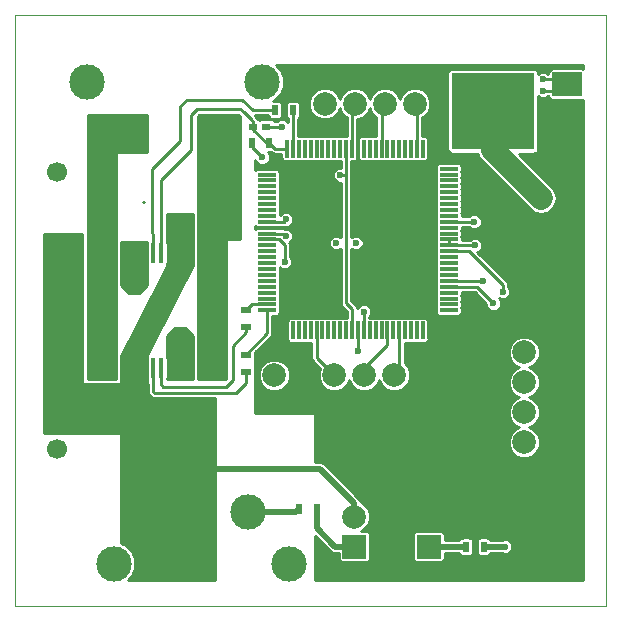
<source format=gbr>
G04 #@! TF.FileFunction,Copper,L2,Bot,Signal*
%FSLAX46Y46*%
G04 Gerber Fmt 4.6, Leading zero omitted, Abs format (unit mm)*
G04 Created by KiCad (PCBNEW (2015-07-11 BZR 5925, Git c291b88)-product) date 2015/08/03 22:31:35*
%MOMM*%
G01*
G04 APERTURE LIST*
%ADD10C,0.100000*%
%ADD11R,1.300000X1.300000*%
%ADD12C,1.300000*%
%ADD13R,2.000000X2.000000*%
%ADD14C,2.000000*%
%ADD15R,0.500000X0.900000*%
%ADD16R,0.449580X1.668780*%
%ADD17R,1.500000X0.300000*%
%ADD18R,0.300000X1.500000*%
%ADD19C,3.000000*%
%ADD20R,2.500000X2.000000*%
%ADD21R,7.000000X6.500000*%
%ADD22R,0.900000X0.500000*%
%ADD23C,1.700000*%
%ADD24R,0.750000X0.600000*%
%ADD25C,0.600000*%
%ADD26C,0.250000*%
%ADD27C,0.500000*%
%ADD28C,2.000000*%
%ADD29C,1.000000*%
%ADD30C,0.254000*%
G04 APERTURE END LIST*
D10*
X100000000Y-100000000D02*
X150000000Y-100000000D01*
X150000000Y-50000000D02*
X100000000Y-50000000D01*
X145000000Y-50000000D02*
X144000000Y-50000000D01*
X150000000Y-50000000D02*
X150000000Y-100000000D01*
X100000000Y-50000000D02*
X100000000Y-100000000D01*
D11*
X147000000Y-65500000D03*
D12*
X144500000Y-65500000D03*
D13*
X135000000Y-95000000D03*
D14*
X135000000Y-92460000D03*
X126190000Y-57500000D03*
X128730000Y-57500000D03*
X131270000Y-57500000D03*
X133810000Y-57500000D03*
D15*
X138150000Y-95000000D03*
X139650000Y-95000000D03*
X121500000Y-60850000D03*
X120000000Y-60850000D03*
D16*
X117524500Y-79864100D03*
X116874260Y-79864100D03*
X116224020Y-79864100D03*
X115573780Y-79864100D03*
X114926080Y-79864100D03*
X114275840Y-79864100D03*
X113625600Y-79864100D03*
X112975360Y-79864100D03*
X112325120Y-79864100D03*
X111674880Y-79864100D03*
X111024640Y-79864100D03*
X110374400Y-79864100D03*
X109724160Y-79864100D03*
X109073920Y-79864100D03*
X108423680Y-79864100D03*
X107775980Y-79864100D03*
X107125740Y-79864100D03*
X106475500Y-79864100D03*
X106475500Y-70135900D03*
X107125740Y-70135900D03*
X107775980Y-70135900D03*
X108423680Y-70135900D03*
X109073920Y-70135900D03*
X109724160Y-70135900D03*
X110374400Y-70135900D03*
X111024640Y-70135900D03*
X111674880Y-70135900D03*
X112325120Y-70135900D03*
X112975360Y-70135900D03*
X113625600Y-70135900D03*
X114275840Y-70135900D03*
X114926080Y-70135900D03*
X115573780Y-70135900D03*
X116224020Y-70135900D03*
X116874260Y-70135900D03*
X117524500Y-70135900D03*
D17*
X136700000Y-63000000D03*
X136700000Y-63500000D03*
X136700000Y-64000000D03*
X136700000Y-64500000D03*
X136700000Y-65000000D03*
X136700000Y-65500000D03*
X136700000Y-66000000D03*
X136700000Y-66500000D03*
X136700000Y-67000000D03*
X136700000Y-67500000D03*
X136700000Y-68000000D03*
X136700000Y-68500000D03*
X136700000Y-69000000D03*
X136700000Y-69500000D03*
X136700000Y-70000000D03*
X136700000Y-70500000D03*
X136700000Y-71000000D03*
X136700000Y-71500000D03*
X136700000Y-72000000D03*
X136700000Y-72500000D03*
X136700000Y-73000000D03*
X136700000Y-73500000D03*
X136700000Y-74000000D03*
X136700000Y-74500000D03*
X136700000Y-75000000D03*
D18*
X135000000Y-76700000D03*
X134500000Y-76700000D03*
X134000000Y-76700000D03*
X133500000Y-76700000D03*
X133000000Y-76700000D03*
X132500000Y-76700000D03*
X132000000Y-76700000D03*
X131500000Y-76700000D03*
X131000000Y-76700000D03*
X130500000Y-76700000D03*
X130000000Y-76700000D03*
X129500000Y-76700000D03*
X129000000Y-76700000D03*
X128500000Y-76700000D03*
X128000000Y-76700000D03*
X127500000Y-76700000D03*
X127000000Y-76700000D03*
X126500000Y-76700000D03*
X126000000Y-76700000D03*
X125500000Y-76700000D03*
X125000000Y-76700000D03*
X124500000Y-76700000D03*
X124000000Y-76700000D03*
X123500000Y-76700000D03*
X123000000Y-76700000D03*
D17*
X121300000Y-75000000D03*
X121300000Y-74500000D03*
X121300000Y-74000000D03*
X121300000Y-73500000D03*
X121300000Y-73000000D03*
X121300000Y-72500000D03*
X121300000Y-72000000D03*
X121300000Y-71500000D03*
X121300000Y-71000000D03*
X121300000Y-70500000D03*
X121300000Y-70000000D03*
X121300000Y-69500000D03*
X121300000Y-69000000D03*
X121300000Y-68500000D03*
X121300000Y-68000000D03*
X121300000Y-67500000D03*
X121300000Y-67000000D03*
X121300000Y-66500000D03*
X121300000Y-66000000D03*
X121300000Y-65500000D03*
X121300000Y-65000000D03*
X121300000Y-64500000D03*
X121300000Y-64000000D03*
X121300000Y-63500000D03*
X121300000Y-63000000D03*
D18*
X123000000Y-61300000D03*
X123500000Y-61300000D03*
X124000000Y-61300000D03*
X124500000Y-61300000D03*
X125000000Y-61300000D03*
X125500000Y-61300000D03*
X126000000Y-61300000D03*
X126500000Y-61300000D03*
X127000000Y-61300000D03*
X127500000Y-61300000D03*
X128000000Y-61300000D03*
X128500000Y-61300000D03*
X129000000Y-61300000D03*
X129500000Y-61300000D03*
X130000000Y-61300000D03*
X130500000Y-61300000D03*
X131000000Y-61300000D03*
X131500000Y-61300000D03*
X132000000Y-61300000D03*
X132500000Y-61300000D03*
X133000000Y-61300000D03*
X133500000Y-61300000D03*
X134000000Y-61300000D03*
X134500000Y-61300000D03*
X135000000Y-61300000D03*
D19*
X109540000Y-60000000D03*
X117460000Y-60000000D03*
X120910000Y-55650000D03*
X106090000Y-55650000D03*
D14*
X121920000Y-80500000D03*
X124460000Y-80500000D03*
X127000000Y-80500000D03*
X129540000Y-80500000D03*
X132080000Y-80500000D03*
X143080000Y-86190000D03*
X143080000Y-83650000D03*
X143080000Y-81110000D03*
X143080000Y-78570000D03*
X143080000Y-76030000D03*
D20*
X146710000Y-60450000D03*
X146710000Y-55850000D03*
D21*
X140410000Y-58150000D03*
D14*
X110050000Y-72450000D03*
X113950000Y-77600000D03*
D13*
X128700000Y-95000000D03*
D14*
X128700000Y-92460000D03*
D15*
X125500000Y-91850000D03*
X124000000Y-91850000D03*
D22*
X119550000Y-76450000D03*
X119550000Y-74950000D03*
X119500000Y-80250000D03*
X119500000Y-78750000D03*
D15*
X123500000Y-58050000D03*
X122000000Y-58050000D03*
D19*
X119710000Y-92100000D03*
X111790000Y-92100000D03*
X108340000Y-96450000D03*
X123160000Y-96450000D03*
D23*
X103500000Y-80250000D03*
X103500000Y-86750000D03*
X103500000Y-69750000D03*
X103500000Y-63250000D03*
D14*
X113950000Y-67900000D03*
D24*
X120150000Y-59450000D03*
X121250000Y-59450000D03*
D25*
X128850000Y-69300000D03*
X127150000Y-69300000D03*
X144660000Y-56400000D03*
X144670000Y-55420000D03*
X122550000Y-59450000D03*
X120900000Y-62050000D03*
X141450000Y-95000000D03*
X138850000Y-67500000D03*
X138900000Y-69500000D03*
X129000000Y-78460000D03*
X122900000Y-68700000D03*
X122900000Y-67300000D03*
X128700000Y-68200000D03*
X127350000Y-68200000D03*
X124300000Y-67000000D03*
X134500000Y-62900000D03*
X123100000Y-63200000D03*
X129500000Y-63000000D03*
X134600000Y-75000000D03*
X123000000Y-75100000D03*
X129500000Y-75100000D03*
X127500000Y-63550000D03*
X122800000Y-70900000D03*
X139620000Y-72500000D03*
X140470000Y-74410000D03*
X141270000Y-73440000D03*
D26*
X110850000Y-65800000D02*
X110800000Y-65800000D01*
X144660000Y-56400000D02*
X146160000Y-56400000D01*
X146160000Y-56400000D02*
X146710000Y-55850000D01*
X144670000Y-55420000D02*
X146280000Y-55420000D01*
X146280000Y-55420000D02*
X146710000Y-55850000D01*
X146090000Y-55850000D02*
X146710000Y-55850000D01*
X146040000Y-55000000D02*
X147000000Y-55960000D01*
X121250000Y-59450000D02*
X122550000Y-59450000D01*
X120000000Y-60850000D02*
X120000000Y-61150000D01*
X120000000Y-61150000D02*
X120900000Y-62050000D01*
D27*
X139650000Y-95000000D02*
X141450000Y-95000000D01*
D26*
X136700000Y-67500000D02*
X138850000Y-67500000D01*
X136700000Y-69500000D02*
X138900000Y-69500000D01*
D27*
X124000000Y-91850000D02*
X123750000Y-92100000D01*
X123750000Y-92100000D02*
X119710000Y-92100000D01*
D28*
X140410000Y-58150000D02*
X140410000Y-61410000D01*
X140410000Y-61410000D02*
X144500000Y-65500000D01*
D26*
X129000000Y-76700000D02*
X129000000Y-78460000D01*
X128500000Y-61300000D02*
X128500000Y-57730000D01*
X128500000Y-57730000D02*
X128730000Y-57500000D01*
X121300000Y-67500000D02*
X122700000Y-67500000D01*
X122700000Y-68500000D02*
X121300000Y-68500000D01*
X122900000Y-68700000D02*
X122700000Y-68500000D01*
X122700000Y-67500000D02*
X122900000Y-67300000D01*
X136700000Y-69500000D02*
X136700000Y-69000000D01*
D27*
X134500000Y-68200000D02*
X128700000Y-68200000D01*
X127350000Y-68200000D02*
X125500000Y-68200000D01*
X125500000Y-68200000D02*
X124300000Y-67000000D01*
X135000000Y-92460000D02*
X135000000Y-84600000D01*
X135000000Y-84600000D02*
X133100000Y-82700000D01*
X133200000Y-82700000D02*
X133100000Y-82700000D01*
X133100000Y-82700000D02*
X132000000Y-82700000D01*
X126660000Y-82700000D02*
X132000000Y-82700000D01*
X124460000Y-80500000D02*
X126660000Y-82700000D01*
D29*
X147000000Y-73120000D02*
X144090000Y-76030000D01*
X144090000Y-76030000D02*
X143730000Y-76030000D01*
X143730000Y-76030000D02*
X143080000Y-76030000D01*
X143080000Y-76030000D02*
X143730000Y-76030000D01*
D26*
X134500000Y-63550000D02*
X134500000Y-62900000D01*
X123850000Y-68000000D02*
X124250000Y-68000000D01*
X124250000Y-68000000D02*
X124300000Y-67950000D01*
D29*
X147000000Y-65500000D02*
X147000000Y-72760000D01*
X147000000Y-72760000D02*
X147000000Y-73120000D01*
D26*
X129500000Y-63000000D02*
X129600000Y-62900000D01*
X129600000Y-62900000D02*
X134500000Y-62900000D01*
X134600000Y-75000000D02*
X134500000Y-74900000D01*
X134500000Y-74900000D02*
X134500000Y-68200000D01*
X134500000Y-68200000D02*
X134500000Y-63550000D01*
X134500000Y-63550000D02*
X134500000Y-63350000D01*
X135000000Y-78110000D02*
X135000000Y-76700000D01*
D29*
X146710000Y-60450000D02*
X147000000Y-60740000D01*
X147000000Y-60740000D02*
X147000000Y-65500000D01*
D26*
X146710000Y-60450000D02*
X147000000Y-60740000D01*
X121300000Y-68000000D02*
X123850000Y-68000000D01*
X123850000Y-68000000D02*
X123900000Y-68000000D01*
X124300000Y-69100000D02*
X124300000Y-67950000D01*
X124300000Y-67950000D02*
X124300000Y-67600000D01*
X124300000Y-67600000D02*
X124300000Y-67000000D01*
X124300000Y-67000000D02*
X124300000Y-64400000D01*
X124300000Y-64400000D02*
X123100000Y-63200000D01*
X124300000Y-69100000D02*
X124300000Y-74300000D01*
X123000000Y-75100000D02*
X123600000Y-74500000D01*
X123600000Y-74500000D02*
X123800000Y-74300000D01*
X123800000Y-74300000D02*
X124300000Y-74300000D01*
X123000000Y-76700000D02*
X123000000Y-79040000D01*
X123000000Y-79040000D02*
X124460000Y-80500000D01*
X135000000Y-61300000D02*
X135000000Y-62400000D01*
X135000000Y-62400000D02*
X134500000Y-62900000D01*
X121300000Y-63000000D02*
X122900000Y-63000000D01*
X122900000Y-63000000D02*
X123100000Y-63200000D01*
X129000000Y-61300000D02*
X129000000Y-62500000D01*
X129000000Y-62500000D02*
X129500000Y-63000000D01*
X135000000Y-76700000D02*
X135000000Y-75400000D01*
X135000000Y-75400000D02*
X134600000Y-75000000D01*
X123000000Y-76700000D02*
X123000000Y-75100000D01*
D27*
X135000000Y-95000000D02*
X138150000Y-95000000D01*
D26*
X120150000Y-59450000D02*
X120150000Y-59700000D01*
X120150000Y-59700000D02*
X121300000Y-60850000D01*
X121300000Y-60850000D02*
X121500000Y-60850000D01*
X120150000Y-59450000D02*
X120150000Y-59050000D01*
X120150000Y-59050000D02*
X120000000Y-58900000D01*
X120000000Y-58900000D02*
X119350000Y-58250000D01*
X121500000Y-60850000D02*
X121400000Y-60850000D01*
X123000000Y-61300000D02*
X121950000Y-61300000D01*
X121950000Y-61300000D02*
X121500000Y-60850000D01*
X119350000Y-58250000D02*
X119050000Y-57950000D01*
X119050000Y-57950000D02*
X115400000Y-57950000D01*
X115400000Y-57950000D02*
X114850000Y-58500000D01*
X114850000Y-58500000D02*
X114850000Y-61450000D01*
X114850000Y-61450000D02*
X112350000Y-63950000D01*
X112350000Y-63950000D02*
X112350000Y-65800000D01*
X112325120Y-70135900D02*
X112325120Y-65824880D01*
X112325120Y-65824880D02*
X112350000Y-65800000D01*
D27*
X128700000Y-92460000D02*
X128700000Y-91340000D01*
X128700000Y-91340000D02*
X125810000Y-88450000D01*
X111790000Y-92100000D02*
X115440000Y-88450000D01*
X115440000Y-88450000D02*
X125810000Y-88450000D01*
D26*
X109724160Y-79864100D02*
X110374400Y-79864100D01*
X109073920Y-79864100D02*
X109724160Y-79864100D01*
X111024640Y-79864100D02*
X110374400Y-79864100D01*
X129500000Y-76700000D02*
X129500000Y-75100000D01*
X127500000Y-63550000D02*
X128000000Y-63550000D01*
X128000000Y-63550000D02*
X127950000Y-63550000D01*
X127950000Y-63550000D02*
X128000000Y-63550000D01*
X128500000Y-76700000D02*
X128500000Y-74900000D01*
X128500000Y-74900000D02*
X128000000Y-74400000D01*
X128000000Y-74400000D02*
X128000000Y-63550000D01*
X128000000Y-63550000D02*
X128000000Y-62400000D01*
X128000000Y-62400000D02*
X128000000Y-61300000D01*
X121300000Y-69000000D02*
X122300000Y-69000000D01*
X122800000Y-69500000D02*
X122800000Y-70900000D01*
X122300000Y-69000000D02*
X122800000Y-69500000D01*
X136700000Y-72500000D02*
X139620000Y-72500000D01*
X136700000Y-73000000D02*
X138030000Y-73000000D01*
X138030000Y-73000000D02*
X138440000Y-73000000D01*
X138440000Y-73000000D02*
X139060000Y-73000000D01*
X139060000Y-73000000D02*
X140470000Y-74410000D01*
X136700000Y-70000000D02*
X138400000Y-70000000D01*
X138400000Y-70000000D02*
X141270000Y-72870000D01*
X141270000Y-72870000D02*
X141270000Y-73440000D01*
X125500000Y-76700000D02*
X125500000Y-79000000D01*
X125500000Y-79000000D02*
X127000000Y-80500000D01*
X131500000Y-76700000D02*
X131500000Y-77950000D01*
X131500000Y-77950000D02*
X129540000Y-79910000D01*
X129540000Y-79910000D02*
X129540000Y-80500000D01*
X132500000Y-76700000D02*
X132500000Y-80080000D01*
X132500000Y-80080000D02*
X132080000Y-80500000D01*
X131000000Y-61300000D02*
X131000000Y-57770000D01*
X131000000Y-57770000D02*
X131270000Y-57500000D01*
X134000000Y-61300000D02*
X134000000Y-57690000D01*
X134000000Y-57690000D02*
X133810000Y-57500000D01*
X121300000Y-74500000D02*
X120000000Y-74500000D01*
X120000000Y-74500000D02*
X119550000Y-74950000D01*
X121300000Y-75000000D02*
X121300000Y-76950000D01*
X121300000Y-76950000D02*
X119500000Y-78750000D01*
X123500000Y-61300000D02*
X123500000Y-58050000D01*
D27*
X128700000Y-95000000D02*
X127050000Y-95000000D01*
X127050000Y-95000000D02*
X125500000Y-93450000D01*
X125500000Y-93450000D02*
X125500000Y-91850000D01*
D26*
X119550000Y-76450000D02*
X119550000Y-76850000D01*
X119550000Y-76850000D02*
X118400000Y-78000000D01*
X118400000Y-78000000D02*
X118400000Y-80900000D01*
X118400000Y-80900000D02*
X117850000Y-81450000D01*
X117850000Y-81450000D02*
X112500000Y-81450000D01*
X112500000Y-81450000D02*
X112325120Y-81275120D01*
X112325120Y-81275120D02*
X112325120Y-79864100D01*
X119500000Y-80250000D02*
X119500000Y-81150000D01*
X119500000Y-81150000D02*
X118650000Y-82000000D01*
X118650000Y-82000000D02*
X111800000Y-82000000D01*
X111800000Y-82000000D02*
X111674880Y-81874880D01*
X111674880Y-81874880D02*
X111674880Y-79864100D01*
X122000000Y-58050000D02*
X120100000Y-58050000D01*
X120100000Y-58050000D02*
X119200000Y-57150000D01*
X119200000Y-57150000D02*
X114500000Y-57150000D01*
X114500000Y-57150000D02*
X113950000Y-57700000D01*
X113950000Y-57700000D02*
X113950000Y-60650000D01*
X113950000Y-60650000D02*
X111600000Y-63000000D01*
X111600000Y-63000000D02*
X111600000Y-68450000D01*
X111600000Y-68450000D02*
X111674880Y-68524880D01*
X111674880Y-68524880D02*
X111674880Y-70135900D01*
D30*
G36*
X119023000Y-58562224D02*
X119023000Y-68973000D01*
X117950000Y-68973000D01*
X117901399Y-68982667D01*
X117860197Y-69010197D01*
X117832667Y-69051399D01*
X117823000Y-69100000D01*
X117823000Y-80773000D01*
X115477000Y-80773000D01*
X115477000Y-80734771D01*
X115484276Y-80698490D01*
X115484276Y-79029710D01*
X115477000Y-78992208D01*
X115477000Y-71006571D01*
X115484276Y-70970290D01*
X115484276Y-69301510D01*
X115477000Y-69264008D01*
X115477000Y-58512225D01*
X115562225Y-58427000D01*
X118887776Y-58427000D01*
X119023000Y-58562224D01*
X119023000Y-58562224D01*
G37*
X119023000Y-58562224D02*
X119023000Y-68973000D01*
X117950000Y-68973000D01*
X117901399Y-68982667D01*
X117860197Y-69010197D01*
X117832667Y-69051399D01*
X117823000Y-69100000D01*
X117823000Y-80773000D01*
X115477000Y-80773000D01*
X115477000Y-80734771D01*
X115484276Y-80698490D01*
X115484276Y-79029710D01*
X115477000Y-78992208D01*
X115477000Y-71006571D01*
X115484276Y-70970290D01*
X115484276Y-69301510D01*
X115477000Y-69264008D01*
X115477000Y-58512225D01*
X115562225Y-58427000D01*
X118887776Y-58427000D01*
X119023000Y-58562224D01*
G36*
X111173000Y-61623000D02*
X108650000Y-61623000D01*
X108601399Y-61632667D01*
X108560197Y-61660197D01*
X108532667Y-61701399D01*
X108523000Y-61750000D01*
X108523000Y-69265229D01*
X108515724Y-69301510D01*
X108515724Y-70970290D01*
X108523000Y-71007792D01*
X108523000Y-78993429D01*
X108515724Y-79029710D01*
X108515724Y-80698490D01*
X108523000Y-80735992D01*
X108523000Y-80773000D01*
X106177000Y-80773000D01*
X106177000Y-58427000D01*
X111173000Y-58427000D01*
X111173000Y-61623000D01*
X111173000Y-61623000D01*
G37*
X111173000Y-61623000D02*
X108650000Y-61623000D01*
X108601399Y-61632667D01*
X108560197Y-61660197D01*
X108532667Y-61701399D01*
X108523000Y-61750000D01*
X108523000Y-69265229D01*
X108515724Y-69301510D01*
X108515724Y-70970290D01*
X108523000Y-71007792D01*
X108523000Y-78993429D01*
X108515724Y-79029710D01*
X108515724Y-80698490D01*
X108523000Y-80735992D01*
X108523000Y-80773000D01*
X106177000Y-80773000D01*
X106177000Y-58427000D01*
X111173000Y-58427000D01*
X111173000Y-61623000D01*
G36*
X115013000Y-77152605D02*
X115013000Y-80773000D01*
X112877000Y-80773000D01*
X112877000Y-80729984D01*
X112883316Y-80698490D01*
X112883316Y-79029710D01*
X112877000Y-78997156D01*
X112877000Y-77152605D01*
X113522605Y-76507000D01*
X114367394Y-76507000D01*
X115013000Y-77152605D01*
X115013000Y-77152605D01*
G37*
X115013000Y-77152605D02*
X115013000Y-80773000D01*
X112877000Y-80773000D01*
X112877000Y-80729984D01*
X112883316Y-80698490D01*
X112883316Y-79029710D01*
X112877000Y-78997156D01*
X112877000Y-77152605D01*
X113522605Y-76507000D01*
X114367394Y-76507000D01*
X115013000Y-77152605D01*
G36*
X115023000Y-69028451D02*
X115007667Y-69051399D01*
X114998000Y-69100000D01*
X114998000Y-71169030D01*
X111136704Y-78792616D01*
X111135387Y-78797327D01*
X111132667Y-78801399D01*
X111128759Y-78821045D01*
X111123367Y-78840341D01*
X111123954Y-78845202D01*
X111123000Y-78850000D01*
X111123000Y-78998216D01*
X111116684Y-79029710D01*
X111116684Y-80698490D01*
X111123000Y-80731044D01*
X111123000Y-81100000D01*
X111132667Y-81148601D01*
X111160197Y-81189803D01*
X111201399Y-81217333D01*
X111222880Y-81221606D01*
X111222880Y-81874880D01*
X111257286Y-82047853D01*
X111355268Y-82194492D01*
X111480387Y-82319612D01*
X111627027Y-82417594D01*
X111800000Y-82452000D01*
X116873000Y-82452000D01*
X116873000Y-97873000D01*
X109500540Y-97873000D01*
X109887952Y-97486264D01*
X110166682Y-96815007D01*
X110167316Y-96088182D01*
X109889758Y-95416440D01*
X109376264Y-94902048D01*
X108977000Y-94736259D01*
X108977000Y-85550000D01*
X108967333Y-85501399D01*
X108939803Y-85460197D01*
X108898601Y-85432667D01*
X108850000Y-85423000D01*
X102427000Y-85423000D01*
X102427000Y-68577000D01*
X105623000Y-68577000D01*
X105623000Y-81100000D01*
X105632667Y-81148601D01*
X105660197Y-81189803D01*
X105701399Y-81217333D01*
X105750000Y-81227000D01*
X108850000Y-81227000D01*
X108898601Y-81217333D01*
X108939803Y-81189803D01*
X108967333Y-81148601D01*
X108977000Y-81100000D01*
X108977000Y-80722804D01*
X108981876Y-80698490D01*
X108981876Y-79029710D01*
X108977000Y-79004578D01*
X108977000Y-78880327D01*
X112863296Y-71207384D01*
X112864612Y-71202672D01*
X112867333Y-71198601D01*
X112871242Y-71178946D01*
X112876632Y-71159659D01*
X112876045Y-71154800D01*
X112877000Y-71150000D01*
X112877000Y-71001784D01*
X112883316Y-70970290D01*
X112883316Y-69301510D01*
X112877000Y-69268956D01*
X112877000Y-66827000D01*
X115023000Y-66827000D01*
X115023000Y-69028451D01*
X115023000Y-69028451D01*
G37*
X115023000Y-69028451D02*
X115007667Y-69051399D01*
X114998000Y-69100000D01*
X114998000Y-71169030D01*
X111136704Y-78792616D01*
X111135387Y-78797327D01*
X111132667Y-78801399D01*
X111128759Y-78821045D01*
X111123367Y-78840341D01*
X111123954Y-78845202D01*
X111123000Y-78850000D01*
X111123000Y-78998216D01*
X111116684Y-79029710D01*
X111116684Y-80698490D01*
X111123000Y-80731044D01*
X111123000Y-81100000D01*
X111132667Y-81148601D01*
X111160197Y-81189803D01*
X111201399Y-81217333D01*
X111222880Y-81221606D01*
X111222880Y-81874880D01*
X111257286Y-82047853D01*
X111355268Y-82194492D01*
X111480387Y-82319612D01*
X111627027Y-82417594D01*
X111800000Y-82452000D01*
X116873000Y-82452000D01*
X116873000Y-97873000D01*
X109500540Y-97873000D01*
X109887952Y-97486264D01*
X110166682Y-96815007D01*
X110167316Y-96088182D01*
X109889758Y-95416440D01*
X109376264Y-94902048D01*
X108977000Y-94736259D01*
X108977000Y-85550000D01*
X108967333Y-85501399D01*
X108939803Y-85460197D01*
X108898601Y-85432667D01*
X108850000Y-85423000D01*
X102427000Y-85423000D01*
X102427000Y-68577000D01*
X105623000Y-68577000D01*
X105623000Y-81100000D01*
X105632667Y-81148601D01*
X105660197Y-81189803D01*
X105701399Y-81217333D01*
X105750000Y-81227000D01*
X108850000Y-81227000D01*
X108898601Y-81217333D01*
X108939803Y-81189803D01*
X108967333Y-81148601D01*
X108977000Y-81100000D01*
X108977000Y-80722804D01*
X108981876Y-80698490D01*
X108981876Y-79029710D01*
X108977000Y-79004578D01*
X108977000Y-78880327D01*
X112863296Y-71207384D01*
X112864612Y-71202672D01*
X112867333Y-71198601D01*
X112871242Y-71178946D01*
X112876632Y-71159659D01*
X112876045Y-71154800D01*
X112877000Y-71150000D01*
X112877000Y-71001784D01*
X112883316Y-70970290D01*
X112883316Y-69301510D01*
X112877000Y-69268956D01*
X112877000Y-66827000D01*
X115023000Y-66827000D01*
X115023000Y-69028451D01*
G36*
X122178555Y-68042375D02*
X122050000Y-68016594D01*
X120550000Y-68016594D01*
X120425316Y-68040785D01*
X120327000Y-68105368D01*
X120327000Y-67893875D01*
X120421445Y-67957625D01*
X120550000Y-67983406D01*
X122050000Y-67983406D01*
X122174684Y-67959215D01*
X122185668Y-67952000D01*
X122700000Y-67952000D01*
X122826008Y-67926936D01*
X123024171Y-67927109D01*
X123254703Y-67831855D01*
X123431235Y-67655631D01*
X123526891Y-67425265D01*
X123527109Y-67175829D01*
X123431855Y-66945297D01*
X123255631Y-66768765D01*
X123025265Y-66673109D01*
X122775829Y-66672891D01*
X122545297Y-66768145D01*
X122383406Y-66929754D01*
X122383406Y-66850000D01*
X122363683Y-66748346D01*
X122383406Y-66650000D01*
X122383406Y-66350000D01*
X122363683Y-66248346D01*
X122383406Y-66150000D01*
X122383406Y-65850000D01*
X122363683Y-65748346D01*
X122383406Y-65650000D01*
X122383406Y-65350000D01*
X122363683Y-65248346D01*
X122383406Y-65150000D01*
X122383406Y-64850000D01*
X122363683Y-64748346D01*
X122383406Y-64650000D01*
X122383406Y-64350000D01*
X122363683Y-64248346D01*
X122383406Y-64150000D01*
X122383406Y-63850000D01*
X122363683Y-63748346D01*
X122383406Y-63650000D01*
X122383406Y-63350000D01*
X122359215Y-63225316D01*
X122287229Y-63115730D01*
X122178555Y-63042375D01*
X122050000Y-63016594D01*
X120550000Y-63016594D01*
X120425316Y-63040785D01*
X120327000Y-63105368D01*
X120327000Y-62305125D01*
X120368145Y-62404703D01*
X120544369Y-62581235D01*
X120774735Y-62676891D01*
X121024171Y-62677109D01*
X121254703Y-62581855D01*
X121431235Y-62405631D01*
X121526891Y-62175265D01*
X121527109Y-61925829D01*
X121431855Y-61695297D01*
X121370072Y-61633406D01*
X121651032Y-61633406D01*
X121777027Y-61717594D01*
X121950000Y-61752000D01*
X122516594Y-61752000D01*
X122516594Y-62050000D01*
X122540785Y-62174684D01*
X122612771Y-62284270D01*
X122721445Y-62357625D01*
X122850000Y-62383406D01*
X123150000Y-62383406D01*
X123251654Y-62363683D01*
X123350000Y-62383406D01*
X123650000Y-62383406D01*
X123751654Y-62363683D01*
X123850000Y-62383406D01*
X124150000Y-62383406D01*
X124251654Y-62363683D01*
X124350000Y-62383406D01*
X124650000Y-62383406D01*
X124751654Y-62363683D01*
X124850000Y-62383406D01*
X125150000Y-62383406D01*
X125251654Y-62363683D01*
X125350000Y-62383406D01*
X125650000Y-62383406D01*
X125751654Y-62363683D01*
X125850000Y-62383406D01*
X126150000Y-62383406D01*
X126251654Y-62363683D01*
X126350000Y-62383406D01*
X126650000Y-62383406D01*
X126751654Y-62363683D01*
X126850000Y-62383406D01*
X127150000Y-62383406D01*
X127251654Y-62363683D01*
X127350000Y-62383406D01*
X127548000Y-62383406D01*
X127548000Y-62923041D01*
X127375829Y-62922891D01*
X127145297Y-63018145D01*
X126968765Y-63194369D01*
X126873109Y-63424735D01*
X126872891Y-63674171D01*
X126968145Y-63904703D01*
X127144369Y-64081235D01*
X127374735Y-64176891D01*
X127548000Y-64177042D01*
X127548000Y-68811208D01*
X127505631Y-68768765D01*
X127275265Y-68673109D01*
X127025829Y-68672891D01*
X126795297Y-68768145D01*
X126618765Y-68944369D01*
X126523109Y-69174735D01*
X126522891Y-69424171D01*
X126618145Y-69654703D01*
X126794369Y-69831235D01*
X127024735Y-69926891D01*
X127274171Y-69927109D01*
X127504703Y-69831855D01*
X127548000Y-69788634D01*
X127548000Y-74400000D01*
X127582406Y-74572973D01*
X127680388Y-74719612D01*
X128048000Y-75087224D01*
X128048000Y-75616594D01*
X127850000Y-75616594D01*
X127748346Y-75636317D01*
X127650000Y-75616594D01*
X127350000Y-75616594D01*
X127248346Y-75636317D01*
X127150000Y-75616594D01*
X126850000Y-75616594D01*
X126748346Y-75636317D01*
X126650000Y-75616594D01*
X126350000Y-75616594D01*
X126248346Y-75636317D01*
X126150000Y-75616594D01*
X125850000Y-75616594D01*
X125748346Y-75636317D01*
X125650000Y-75616594D01*
X125350000Y-75616594D01*
X125248346Y-75636317D01*
X125150000Y-75616594D01*
X124850000Y-75616594D01*
X124748346Y-75636317D01*
X124650000Y-75616594D01*
X124350000Y-75616594D01*
X124248346Y-75636317D01*
X124150000Y-75616594D01*
X123850000Y-75616594D01*
X123748346Y-75636317D01*
X123650000Y-75616594D01*
X123350000Y-75616594D01*
X123225316Y-75640785D01*
X123115730Y-75712771D01*
X123042375Y-75821445D01*
X123016594Y-75950000D01*
X123016594Y-77450000D01*
X123040785Y-77574684D01*
X123112771Y-77684270D01*
X123221445Y-77757625D01*
X123350000Y-77783406D01*
X123650000Y-77783406D01*
X123751654Y-77763683D01*
X123850000Y-77783406D01*
X124150000Y-77783406D01*
X124251654Y-77763683D01*
X124350000Y-77783406D01*
X124650000Y-77783406D01*
X124751654Y-77763683D01*
X124850000Y-77783406D01*
X125048000Y-77783406D01*
X125048000Y-79000000D01*
X125082406Y-79172973D01*
X125180388Y-79319612D01*
X125797174Y-79936399D01*
X125673231Y-80234885D01*
X125672771Y-80762798D01*
X125874369Y-81250703D01*
X126247334Y-81624319D01*
X126734885Y-81826769D01*
X127262798Y-81827229D01*
X127750703Y-81625631D01*
X128124319Y-81252666D01*
X128270109Y-80901567D01*
X128414369Y-81250703D01*
X128787334Y-81624319D01*
X129274885Y-81826769D01*
X129802798Y-81827229D01*
X130290703Y-81625631D01*
X130664319Y-81252666D01*
X130810109Y-80901567D01*
X130954369Y-81250703D01*
X131327334Y-81624319D01*
X131814885Y-81826769D01*
X132342798Y-81827229D01*
X132830703Y-81625631D01*
X133204319Y-81252666D01*
X133406769Y-80765115D01*
X133407229Y-80237202D01*
X133205631Y-79749297D01*
X132952000Y-79495223D01*
X132952000Y-78832798D01*
X141752771Y-78832798D01*
X141954369Y-79320703D01*
X142327334Y-79694319D01*
X142678433Y-79840109D01*
X142329297Y-79984369D01*
X141955681Y-80357334D01*
X141753231Y-80844885D01*
X141752771Y-81372798D01*
X141954369Y-81860703D01*
X142327334Y-82234319D01*
X142678433Y-82380109D01*
X142329297Y-82524369D01*
X141955681Y-82897334D01*
X141753231Y-83384885D01*
X141752771Y-83912798D01*
X141954369Y-84400703D01*
X142327334Y-84774319D01*
X142678433Y-84920109D01*
X142329297Y-85064369D01*
X141955681Y-85437334D01*
X141753231Y-85924885D01*
X141752771Y-86452798D01*
X141954369Y-86940703D01*
X142327334Y-87314319D01*
X142814885Y-87516769D01*
X143342798Y-87517229D01*
X143830703Y-87315631D01*
X144204319Y-86942666D01*
X144406769Y-86455115D01*
X144407229Y-85927202D01*
X144205631Y-85439297D01*
X143832666Y-85065681D01*
X143481567Y-84919891D01*
X143830703Y-84775631D01*
X144204319Y-84402666D01*
X144406769Y-83915115D01*
X144407229Y-83387202D01*
X144205631Y-82899297D01*
X143832666Y-82525681D01*
X143481567Y-82379891D01*
X143830703Y-82235631D01*
X144204319Y-81862666D01*
X144406769Y-81375115D01*
X144407229Y-80847202D01*
X144205631Y-80359297D01*
X143832666Y-79985681D01*
X143481567Y-79839891D01*
X143830703Y-79695631D01*
X144204319Y-79322666D01*
X144406769Y-78835115D01*
X144407229Y-78307202D01*
X144205631Y-77819297D01*
X143832666Y-77445681D01*
X143345115Y-77243231D01*
X142817202Y-77242771D01*
X142329297Y-77444369D01*
X141955681Y-77817334D01*
X141753231Y-78304885D01*
X141752771Y-78832798D01*
X132952000Y-78832798D01*
X132952000Y-77783406D01*
X133150000Y-77783406D01*
X133251654Y-77763683D01*
X133350000Y-77783406D01*
X133650000Y-77783406D01*
X133751654Y-77763683D01*
X133850000Y-77783406D01*
X134150000Y-77783406D01*
X134251654Y-77763683D01*
X134350000Y-77783406D01*
X134650000Y-77783406D01*
X134774684Y-77759215D01*
X134884270Y-77687229D01*
X134957625Y-77578555D01*
X134983406Y-77450000D01*
X134983406Y-75950000D01*
X134959215Y-75825316D01*
X134887229Y-75715730D01*
X134778555Y-75642375D01*
X134650000Y-75616594D01*
X134350000Y-75616594D01*
X134248346Y-75636317D01*
X134150000Y-75616594D01*
X133850000Y-75616594D01*
X133748346Y-75636317D01*
X133650000Y-75616594D01*
X133350000Y-75616594D01*
X133248346Y-75636317D01*
X133150000Y-75616594D01*
X132850000Y-75616594D01*
X132748346Y-75636317D01*
X132650000Y-75616594D01*
X132350000Y-75616594D01*
X132248346Y-75636317D01*
X132150000Y-75616594D01*
X131850000Y-75616594D01*
X131748346Y-75636317D01*
X131650000Y-75616594D01*
X131350000Y-75616594D01*
X131248346Y-75636317D01*
X131150000Y-75616594D01*
X130850000Y-75616594D01*
X130748346Y-75636317D01*
X130650000Y-75616594D01*
X130350000Y-75616594D01*
X130248346Y-75636317D01*
X130150000Y-75616594D01*
X129952000Y-75616594D01*
X129952000Y-75534728D01*
X130031235Y-75455631D01*
X130126891Y-75225265D01*
X130127109Y-74975829D01*
X130031855Y-74745297D01*
X129855631Y-74568765D01*
X129625265Y-74473109D01*
X129375829Y-74472891D01*
X129145297Y-74568145D01*
X128968765Y-74744369D01*
X128936500Y-74822073D01*
X128917594Y-74727027D01*
X128819612Y-74580388D01*
X128452000Y-74212776D01*
X128452000Y-69788792D01*
X128494369Y-69831235D01*
X128724735Y-69926891D01*
X128974171Y-69927109D01*
X129204703Y-69831855D01*
X129381235Y-69655631D01*
X129476891Y-69425265D01*
X129477109Y-69175829D01*
X129381855Y-68945297D01*
X129205631Y-68768765D01*
X128975265Y-68673109D01*
X128725829Y-68672891D01*
X128495297Y-68768145D01*
X128452000Y-68811366D01*
X128452000Y-62850000D01*
X135616594Y-62850000D01*
X135616594Y-63150000D01*
X135636317Y-63251654D01*
X135616594Y-63350000D01*
X135616594Y-63650000D01*
X135636317Y-63751654D01*
X135616594Y-63850000D01*
X135616594Y-64150000D01*
X135636317Y-64251654D01*
X135616594Y-64350000D01*
X135616594Y-64650000D01*
X135636317Y-64751654D01*
X135616594Y-64850000D01*
X135616594Y-65150000D01*
X135636317Y-65251654D01*
X135616594Y-65350000D01*
X135616594Y-65650000D01*
X135636317Y-65751654D01*
X135616594Y-65850000D01*
X135616594Y-66150000D01*
X135636317Y-66251654D01*
X135616594Y-66350000D01*
X135616594Y-66650000D01*
X135636317Y-66751654D01*
X135616594Y-66850000D01*
X135616594Y-67150000D01*
X135636317Y-67251654D01*
X135616594Y-67350000D01*
X135616594Y-67650000D01*
X135636317Y-67751654D01*
X135616594Y-67850000D01*
X135616594Y-68150000D01*
X135636317Y-68251654D01*
X135616594Y-68350000D01*
X135616594Y-68650000D01*
X135636317Y-68751654D01*
X135616594Y-68850000D01*
X135616594Y-69150000D01*
X135636317Y-69251654D01*
X135616594Y-69350000D01*
X135616594Y-69650000D01*
X135636317Y-69751654D01*
X135616594Y-69850000D01*
X135616594Y-70150000D01*
X135636317Y-70251654D01*
X135616594Y-70350000D01*
X135616594Y-70650000D01*
X135636317Y-70751654D01*
X135616594Y-70850000D01*
X135616594Y-71150000D01*
X135636317Y-71251654D01*
X135616594Y-71350000D01*
X135616594Y-71650000D01*
X135636317Y-71751654D01*
X135616594Y-71850000D01*
X135616594Y-72150000D01*
X135636317Y-72251654D01*
X135616594Y-72350000D01*
X135616594Y-72650000D01*
X135636317Y-72751654D01*
X135616594Y-72850000D01*
X135616594Y-73150000D01*
X135636317Y-73251654D01*
X135616594Y-73350000D01*
X135616594Y-73650000D01*
X135636317Y-73751654D01*
X135616594Y-73850000D01*
X135616594Y-74150000D01*
X135636317Y-74251654D01*
X135616594Y-74350000D01*
X135616594Y-74650000D01*
X135636317Y-74751654D01*
X135616594Y-74850000D01*
X135616594Y-75150000D01*
X135640785Y-75274684D01*
X135712771Y-75384270D01*
X135821445Y-75457625D01*
X135950000Y-75483406D01*
X137450000Y-75483406D01*
X137574684Y-75459215D01*
X137684270Y-75387229D01*
X137757625Y-75278555D01*
X137783406Y-75150000D01*
X137783406Y-74850000D01*
X137763683Y-74748346D01*
X137783406Y-74650000D01*
X137783406Y-74350000D01*
X137763683Y-74248346D01*
X137783406Y-74150000D01*
X137783406Y-73850000D01*
X137763683Y-73748346D01*
X137783406Y-73650000D01*
X137783406Y-73452000D01*
X138872776Y-73452000D01*
X139842989Y-74422213D01*
X139842891Y-74534171D01*
X139938145Y-74764703D01*
X140114369Y-74941235D01*
X140344735Y-75036891D01*
X140594171Y-75037109D01*
X140824703Y-74941855D01*
X141001235Y-74765631D01*
X141096891Y-74535265D01*
X141097109Y-74285829D01*
X141001855Y-74055297D01*
X140920468Y-73973767D01*
X141144735Y-74066891D01*
X141394171Y-74067109D01*
X141624703Y-73971855D01*
X141801235Y-73795631D01*
X141896891Y-73565265D01*
X141897109Y-73315829D01*
X141801855Y-73085297D01*
X141722000Y-73005302D01*
X141722000Y-72870000D01*
X141687594Y-72697027D01*
X141589612Y-72550388D01*
X139124767Y-70085543D01*
X139254703Y-70031855D01*
X139431235Y-69855631D01*
X139526891Y-69625265D01*
X139527109Y-69375829D01*
X139431855Y-69145297D01*
X139255631Y-68968765D01*
X139025265Y-68873109D01*
X138775829Y-68872891D01*
X138545297Y-68968145D01*
X138465302Y-69048000D01*
X137783406Y-69048000D01*
X137783406Y-68850000D01*
X137763683Y-68748346D01*
X137783406Y-68650000D01*
X137783406Y-68350000D01*
X137763683Y-68248346D01*
X137783406Y-68150000D01*
X137783406Y-67952000D01*
X138415272Y-67952000D01*
X138494369Y-68031235D01*
X138724735Y-68126891D01*
X138974171Y-68127109D01*
X139204703Y-68031855D01*
X139381235Y-67855631D01*
X139476891Y-67625265D01*
X139477109Y-67375829D01*
X139381855Y-67145297D01*
X139205631Y-66968765D01*
X138975265Y-66873109D01*
X138725829Y-66872891D01*
X138495297Y-66968145D01*
X138415302Y-67048000D01*
X137783406Y-67048000D01*
X137783406Y-66850000D01*
X137763683Y-66748346D01*
X137783406Y-66650000D01*
X137783406Y-66350000D01*
X137763683Y-66248346D01*
X137783406Y-66150000D01*
X137783406Y-65850000D01*
X137763683Y-65748346D01*
X137783406Y-65650000D01*
X137783406Y-65350000D01*
X137763683Y-65248346D01*
X137783406Y-65150000D01*
X137783406Y-64850000D01*
X137763683Y-64748346D01*
X137783406Y-64650000D01*
X137783406Y-64350000D01*
X137763683Y-64248346D01*
X137783406Y-64150000D01*
X137783406Y-63850000D01*
X137763683Y-63748346D01*
X137783406Y-63650000D01*
X137783406Y-63350000D01*
X137763683Y-63248346D01*
X137783406Y-63150000D01*
X137783406Y-62850000D01*
X137759215Y-62725316D01*
X137687229Y-62615730D01*
X137578555Y-62542375D01*
X137450000Y-62516594D01*
X135950000Y-62516594D01*
X135825316Y-62540785D01*
X135715730Y-62612771D01*
X135642375Y-62721445D01*
X135616594Y-62850000D01*
X128452000Y-62850000D01*
X128452000Y-62383406D01*
X128650000Y-62383406D01*
X128774684Y-62359215D01*
X128884270Y-62287229D01*
X128957625Y-62178555D01*
X128983406Y-62050000D01*
X128983406Y-60550000D01*
X128959215Y-60425316D01*
X128952000Y-60414332D01*
X128952000Y-58827193D01*
X128992798Y-58827229D01*
X129480703Y-58625631D01*
X129854319Y-58252666D01*
X130000109Y-57901567D01*
X130144369Y-58250703D01*
X130517334Y-58624319D01*
X130548000Y-58637053D01*
X130548000Y-60216594D01*
X130350000Y-60216594D01*
X130248346Y-60236317D01*
X130150000Y-60216594D01*
X129850000Y-60216594D01*
X129748346Y-60236317D01*
X129650000Y-60216594D01*
X129350000Y-60216594D01*
X129225316Y-60240785D01*
X129115730Y-60312771D01*
X129042375Y-60421445D01*
X129016594Y-60550000D01*
X129016594Y-62050000D01*
X129040785Y-62174684D01*
X129112771Y-62284270D01*
X129221445Y-62357625D01*
X129350000Y-62383406D01*
X129650000Y-62383406D01*
X129751654Y-62363683D01*
X129850000Y-62383406D01*
X130150000Y-62383406D01*
X130251654Y-62363683D01*
X130350000Y-62383406D01*
X130650000Y-62383406D01*
X130751654Y-62363683D01*
X130850000Y-62383406D01*
X131150000Y-62383406D01*
X131251654Y-62363683D01*
X131350000Y-62383406D01*
X131650000Y-62383406D01*
X131751654Y-62363683D01*
X131850000Y-62383406D01*
X132150000Y-62383406D01*
X132251654Y-62363683D01*
X132350000Y-62383406D01*
X132650000Y-62383406D01*
X132751654Y-62363683D01*
X132850000Y-62383406D01*
X133150000Y-62383406D01*
X133251654Y-62363683D01*
X133350000Y-62383406D01*
X133650000Y-62383406D01*
X133751654Y-62363683D01*
X133850000Y-62383406D01*
X134150000Y-62383406D01*
X134251654Y-62363683D01*
X134350000Y-62383406D01*
X134650000Y-62383406D01*
X134774684Y-62359215D01*
X134884270Y-62287229D01*
X134957625Y-62178555D01*
X134983406Y-62050000D01*
X134983406Y-60550000D01*
X134959215Y-60425316D01*
X134887229Y-60315730D01*
X134778555Y-60242375D01*
X134650000Y-60216594D01*
X134452000Y-60216594D01*
X134452000Y-58670546D01*
X134560703Y-58625631D01*
X134934319Y-58252666D01*
X135136769Y-57765115D01*
X135137229Y-57237202D01*
X134935631Y-56749297D01*
X134562666Y-56375681D01*
X134075115Y-56173231D01*
X133547202Y-56172771D01*
X133059297Y-56374369D01*
X132685681Y-56747334D01*
X132539891Y-57098433D01*
X132395631Y-56749297D01*
X132022666Y-56375681D01*
X131535115Y-56173231D01*
X131007202Y-56172771D01*
X130519297Y-56374369D01*
X130145681Y-56747334D01*
X129999891Y-57098433D01*
X129855631Y-56749297D01*
X129482666Y-56375681D01*
X128995115Y-56173231D01*
X128467202Y-56172771D01*
X127979297Y-56374369D01*
X127605681Y-56747334D01*
X127459891Y-57098433D01*
X127315631Y-56749297D01*
X126942666Y-56375681D01*
X126455115Y-56173231D01*
X125927202Y-56172771D01*
X125439297Y-56374369D01*
X125065681Y-56747334D01*
X124863231Y-57234885D01*
X124862771Y-57762798D01*
X125064369Y-58250703D01*
X125437334Y-58624319D01*
X125924885Y-58826769D01*
X126452798Y-58827229D01*
X126940703Y-58625631D01*
X127314319Y-58252666D01*
X127460109Y-57901567D01*
X127604369Y-58250703D01*
X127977334Y-58624319D01*
X128048000Y-58653662D01*
X128048000Y-60216594D01*
X127850000Y-60216594D01*
X127748346Y-60236317D01*
X127650000Y-60216594D01*
X127350000Y-60216594D01*
X127248346Y-60236317D01*
X127150000Y-60216594D01*
X126850000Y-60216594D01*
X126748346Y-60236317D01*
X126650000Y-60216594D01*
X126350000Y-60216594D01*
X126248346Y-60236317D01*
X126150000Y-60216594D01*
X125850000Y-60216594D01*
X125748346Y-60236317D01*
X125650000Y-60216594D01*
X125350000Y-60216594D01*
X125248346Y-60236317D01*
X125150000Y-60216594D01*
X124850000Y-60216594D01*
X124748346Y-60236317D01*
X124650000Y-60216594D01*
X124350000Y-60216594D01*
X124248346Y-60236317D01*
X124150000Y-60216594D01*
X123952000Y-60216594D01*
X123952000Y-58758427D01*
X123984270Y-58737229D01*
X124057625Y-58628555D01*
X124083406Y-58500000D01*
X124083406Y-57600000D01*
X124059215Y-57475316D01*
X123987229Y-57365730D01*
X123878555Y-57292375D01*
X123750000Y-57266594D01*
X123250000Y-57266594D01*
X123125316Y-57290785D01*
X123015730Y-57362771D01*
X122942375Y-57471445D01*
X122916594Y-57600000D01*
X122916594Y-58500000D01*
X122940785Y-58624684D01*
X123012771Y-58734270D01*
X123048000Y-58758050D01*
X123048000Y-59061383D01*
X122905631Y-58918765D01*
X122675265Y-58823109D01*
X122425829Y-58822891D01*
X122195297Y-58918145D01*
X122115302Y-58998000D01*
X121916271Y-58998000D01*
X121862229Y-58915730D01*
X121753555Y-58842375D01*
X121625000Y-58816594D01*
X120875000Y-58816594D01*
X120750316Y-58840785D01*
X120700084Y-58873782D01*
X120653555Y-58842375D01*
X120527556Y-58817107D01*
X120469612Y-58730388D01*
X120327000Y-58587776D01*
X120327000Y-58502000D01*
X121416982Y-58502000D01*
X121440785Y-58624684D01*
X121512771Y-58734270D01*
X121621445Y-58807625D01*
X121750000Y-58833406D01*
X122250000Y-58833406D01*
X122374684Y-58809215D01*
X122484270Y-58737229D01*
X122557625Y-58628555D01*
X122583406Y-58500000D01*
X122583406Y-57600000D01*
X122559215Y-57475316D01*
X122487229Y-57365730D01*
X122378555Y-57292375D01*
X122250000Y-57266594D01*
X121781804Y-57266594D01*
X121943560Y-57199758D01*
X122457952Y-56686264D01*
X122736682Y-56015007D01*
X122737316Y-55288182D01*
X122459758Y-54616440D01*
X122070998Y-54227000D01*
X148023000Y-54227000D01*
X148023000Y-54529228D01*
X147960000Y-54516594D01*
X145460000Y-54516594D01*
X145335316Y-54540785D01*
X145225730Y-54612771D01*
X145152375Y-54721445D01*
X145126594Y-54850000D01*
X145126594Y-54968000D01*
X145104728Y-54968000D01*
X145025631Y-54888765D01*
X144795265Y-54793109D01*
X144545829Y-54792891D01*
X144315297Y-54888145D01*
X144243406Y-54959911D01*
X144243406Y-54900000D01*
X144219215Y-54775316D01*
X144147229Y-54665730D01*
X144038555Y-54592375D01*
X143910000Y-54566594D01*
X136910000Y-54566594D01*
X136785316Y-54590785D01*
X136675730Y-54662771D01*
X136602375Y-54771445D01*
X136576594Y-54900000D01*
X136576594Y-61400000D01*
X136600785Y-61524684D01*
X136672771Y-61634270D01*
X136781445Y-61707625D01*
X136910000Y-61733406D01*
X139147330Y-61733406D01*
X139184012Y-61917821D01*
X139471669Y-62348331D01*
X143561669Y-66438330D01*
X143992179Y-66725988D01*
X144500000Y-66827000D01*
X145007820Y-66725988D01*
X145438330Y-66438330D01*
X145725988Y-66007820D01*
X145827000Y-65500000D01*
X145725988Y-64992179D01*
X145438330Y-64561669D01*
X142610068Y-61733406D01*
X143910000Y-61733406D01*
X144034684Y-61709215D01*
X144144270Y-61637229D01*
X144217625Y-61528555D01*
X144243406Y-61400000D01*
X144243406Y-56870165D01*
X144304369Y-56931235D01*
X144534735Y-57026891D01*
X144784171Y-57027109D01*
X145014703Y-56931855D01*
X145094698Y-56852000D01*
X145126982Y-56852000D01*
X145150785Y-56974684D01*
X145222771Y-57084270D01*
X145331445Y-57157625D01*
X145460000Y-57183406D01*
X147960000Y-57183406D01*
X148023000Y-57171183D01*
X148023000Y-97873000D01*
X125377000Y-97873000D01*
X125377000Y-94143002D01*
X126641999Y-95408001D01*
X126829192Y-95533078D01*
X127050000Y-95577001D01*
X127050005Y-95577000D01*
X127366594Y-95577000D01*
X127366594Y-96000000D01*
X127390785Y-96124684D01*
X127462771Y-96234270D01*
X127571445Y-96307625D01*
X127700000Y-96333406D01*
X129700000Y-96333406D01*
X129824684Y-96309215D01*
X129934270Y-96237229D01*
X130007625Y-96128555D01*
X130033406Y-96000000D01*
X130033406Y-94000000D01*
X133666594Y-94000000D01*
X133666594Y-96000000D01*
X133690785Y-96124684D01*
X133762771Y-96234270D01*
X133871445Y-96307625D01*
X134000000Y-96333406D01*
X136000000Y-96333406D01*
X136124684Y-96309215D01*
X136234270Y-96237229D01*
X136307625Y-96128555D01*
X136333406Y-96000000D01*
X136333406Y-95577000D01*
X137592306Y-95577000D01*
X137662771Y-95684270D01*
X137771445Y-95757625D01*
X137900000Y-95783406D01*
X138400000Y-95783406D01*
X138524684Y-95759215D01*
X138634270Y-95687229D01*
X138707625Y-95578555D01*
X138733406Y-95450000D01*
X138733406Y-94550000D01*
X139066594Y-94550000D01*
X139066594Y-95450000D01*
X139090785Y-95574684D01*
X139162771Y-95684270D01*
X139271445Y-95757625D01*
X139400000Y-95783406D01*
X139900000Y-95783406D01*
X140024684Y-95759215D01*
X140134270Y-95687229D01*
X140207625Y-95578555D01*
X140207937Y-95577000D01*
X141204584Y-95577000D01*
X141324735Y-95626891D01*
X141574171Y-95627109D01*
X141804703Y-95531855D01*
X141981235Y-95355631D01*
X142076891Y-95125265D01*
X142077109Y-94875829D01*
X141981855Y-94645297D01*
X141805631Y-94468765D01*
X141575265Y-94373109D01*
X141325829Y-94372891D01*
X141204556Y-94423000D01*
X140207694Y-94423000D01*
X140137229Y-94315730D01*
X140028555Y-94242375D01*
X139900000Y-94216594D01*
X139400000Y-94216594D01*
X139275316Y-94240785D01*
X139165730Y-94312771D01*
X139092375Y-94421445D01*
X139066594Y-94550000D01*
X138733406Y-94550000D01*
X138733406Y-94550000D01*
X138709215Y-94425316D01*
X138637229Y-94315730D01*
X138528555Y-94242375D01*
X138400000Y-94216594D01*
X137900000Y-94216594D01*
X137775316Y-94240785D01*
X137665730Y-94312771D01*
X137592375Y-94421445D01*
X137592063Y-94423000D01*
X136333406Y-94423000D01*
X136333406Y-94000000D01*
X136309215Y-93875316D01*
X136237229Y-93765730D01*
X136128555Y-93692375D01*
X136000000Y-93666594D01*
X134000000Y-93666594D01*
X133875316Y-93690785D01*
X133765730Y-93762771D01*
X133692375Y-93871445D01*
X133666594Y-94000000D01*
X130033406Y-94000000D01*
X130033406Y-94000000D01*
X130009215Y-93875316D01*
X129937229Y-93765730D01*
X129828555Y-93692375D01*
X129700000Y-93666594D01*
X129254757Y-93666594D01*
X129450703Y-93585631D01*
X129824319Y-93212666D01*
X130026769Y-92725115D01*
X130027229Y-92197202D01*
X129825631Y-91709297D01*
X129452666Y-91335681D01*
X129260248Y-91255781D01*
X129233078Y-91119192D01*
X129108001Y-90931999D01*
X129107998Y-90931997D01*
X126218001Y-88041999D01*
X126030808Y-87916922D01*
X125810000Y-87872999D01*
X125809995Y-87873000D01*
X125377000Y-87873000D01*
X125377000Y-83800000D01*
X125367333Y-83751399D01*
X125339803Y-83710197D01*
X125298601Y-83682667D01*
X125250000Y-83673000D01*
X120327000Y-83673000D01*
X120327000Y-80762798D01*
X120592771Y-80762798D01*
X120794369Y-81250703D01*
X121167334Y-81624319D01*
X121654885Y-81826769D01*
X122182798Y-81827229D01*
X122670703Y-81625631D01*
X123044319Y-81252666D01*
X123246769Y-80765115D01*
X123247229Y-80237202D01*
X123045631Y-79749297D01*
X122672666Y-79375681D01*
X122185115Y-79173231D01*
X121657202Y-79172771D01*
X121169297Y-79374369D01*
X120795681Y-79747334D01*
X120593231Y-80234885D01*
X120592771Y-80762798D01*
X120327000Y-80762798D01*
X120327000Y-78562224D01*
X121619612Y-77269613D01*
X121717594Y-77122973D01*
X121718664Y-77117594D01*
X121752000Y-76950000D01*
X121752000Y-75483406D01*
X122050000Y-75483406D01*
X122174684Y-75459215D01*
X122284270Y-75387229D01*
X122357625Y-75278555D01*
X122383406Y-75150000D01*
X122383406Y-74850000D01*
X122363683Y-74748346D01*
X122383406Y-74650000D01*
X122383406Y-74350000D01*
X122363683Y-74248346D01*
X122383406Y-74150000D01*
X122383406Y-73850000D01*
X122363683Y-73748346D01*
X122383406Y-73650000D01*
X122383406Y-73350000D01*
X122363683Y-73248346D01*
X122383406Y-73150000D01*
X122383406Y-72850000D01*
X122363683Y-72748346D01*
X122383406Y-72650000D01*
X122383406Y-72350000D01*
X122363683Y-72248346D01*
X122383406Y-72150000D01*
X122383406Y-71850000D01*
X122363683Y-71748346D01*
X122383406Y-71650000D01*
X122383406Y-71370165D01*
X122444369Y-71431235D01*
X122674735Y-71526891D01*
X122924171Y-71527109D01*
X123154703Y-71431855D01*
X123331235Y-71255631D01*
X123426891Y-71025265D01*
X123427109Y-70775829D01*
X123331855Y-70545297D01*
X123252000Y-70465302D01*
X123252000Y-69500000D01*
X123217594Y-69327027D01*
X123175789Y-69264462D01*
X123254703Y-69231855D01*
X123431235Y-69055631D01*
X123526891Y-68825265D01*
X123527109Y-68575829D01*
X123431855Y-68345297D01*
X123255631Y-68168765D01*
X123025265Y-68073109D01*
X122825355Y-68072934D01*
X122700000Y-68048000D01*
X122186888Y-68048000D01*
X122178555Y-68042375D01*
X122178555Y-68042375D01*
G37*
X122178555Y-68042375D02*
X122050000Y-68016594D01*
X120550000Y-68016594D01*
X120425316Y-68040785D01*
X120327000Y-68105368D01*
X120327000Y-67893875D01*
X120421445Y-67957625D01*
X120550000Y-67983406D01*
X122050000Y-67983406D01*
X122174684Y-67959215D01*
X122185668Y-67952000D01*
X122700000Y-67952000D01*
X122826008Y-67926936D01*
X123024171Y-67927109D01*
X123254703Y-67831855D01*
X123431235Y-67655631D01*
X123526891Y-67425265D01*
X123527109Y-67175829D01*
X123431855Y-66945297D01*
X123255631Y-66768765D01*
X123025265Y-66673109D01*
X122775829Y-66672891D01*
X122545297Y-66768145D01*
X122383406Y-66929754D01*
X122383406Y-66850000D01*
X122363683Y-66748346D01*
X122383406Y-66650000D01*
X122383406Y-66350000D01*
X122363683Y-66248346D01*
X122383406Y-66150000D01*
X122383406Y-65850000D01*
X122363683Y-65748346D01*
X122383406Y-65650000D01*
X122383406Y-65350000D01*
X122363683Y-65248346D01*
X122383406Y-65150000D01*
X122383406Y-64850000D01*
X122363683Y-64748346D01*
X122383406Y-64650000D01*
X122383406Y-64350000D01*
X122363683Y-64248346D01*
X122383406Y-64150000D01*
X122383406Y-63850000D01*
X122363683Y-63748346D01*
X122383406Y-63650000D01*
X122383406Y-63350000D01*
X122359215Y-63225316D01*
X122287229Y-63115730D01*
X122178555Y-63042375D01*
X122050000Y-63016594D01*
X120550000Y-63016594D01*
X120425316Y-63040785D01*
X120327000Y-63105368D01*
X120327000Y-62305125D01*
X120368145Y-62404703D01*
X120544369Y-62581235D01*
X120774735Y-62676891D01*
X121024171Y-62677109D01*
X121254703Y-62581855D01*
X121431235Y-62405631D01*
X121526891Y-62175265D01*
X121527109Y-61925829D01*
X121431855Y-61695297D01*
X121370072Y-61633406D01*
X121651032Y-61633406D01*
X121777027Y-61717594D01*
X121950000Y-61752000D01*
X122516594Y-61752000D01*
X122516594Y-62050000D01*
X122540785Y-62174684D01*
X122612771Y-62284270D01*
X122721445Y-62357625D01*
X122850000Y-62383406D01*
X123150000Y-62383406D01*
X123251654Y-62363683D01*
X123350000Y-62383406D01*
X123650000Y-62383406D01*
X123751654Y-62363683D01*
X123850000Y-62383406D01*
X124150000Y-62383406D01*
X124251654Y-62363683D01*
X124350000Y-62383406D01*
X124650000Y-62383406D01*
X124751654Y-62363683D01*
X124850000Y-62383406D01*
X125150000Y-62383406D01*
X125251654Y-62363683D01*
X125350000Y-62383406D01*
X125650000Y-62383406D01*
X125751654Y-62363683D01*
X125850000Y-62383406D01*
X126150000Y-62383406D01*
X126251654Y-62363683D01*
X126350000Y-62383406D01*
X126650000Y-62383406D01*
X126751654Y-62363683D01*
X126850000Y-62383406D01*
X127150000Y-62383406D01*
X127251654Y-62363683D01*
X127350000Y-62383406D01*
X127548000Y-62383406D01*
X127548000Y-62923041D01*
X127375829Y-62922891D01*
X127145297Y-63018145D01*
X126968765Y-63194369D01*
X126873109Y-63424735D01*
X126872891Y-63674171D01*
X126968145Y-63904703D01*
X127144369Y-64081235D01*
X127374735Y-64176891D01*
X127548000Y-64177042D01*
X127548000Y-68811208D01*
X127505631Y-68768765D01*
X127275265Y-68673109D01*
X127025829Y-68672891D01*
X126795297Y-68768145D01*
X126618765Y-68944369D01*
X126523109Y-69174735D01*
X126522891Y-69424171D01*
X126618145Y-69654703D01*
X126794369Y-69831235D01*
X127024735Y-69926891D01*
X127274171Y-69927109D01*
X127504703Y-69831855D01*
X127548000Y-69788634D01*
X127548000Y-74400000D01*
X127582406Y-74572973D01*
X127680388Y-74719612D01*
X128048000Y-75087224D01*
X128048000Y-75616594D01*
X127850000Y-75616594D01*
X127748346Y-75636317D01*
X127650000Y-75616594D01*
X127350000Y-75616594D01*
X127248346Y-75636317D01*
X127150000Y-75616594D01*
X126850000Y-75616594D01*
X126748346Y-75636317D01*
X126650000Y-75616594D01*
X126350000Y-75616594D01*
X126248346Y-75636317D01*
X126150000Y-75616594D01*
X125850000Y-75616594D01*
X125748346Y-75636317D01*
X125650000Y-75616594D01*
X125350000Y-75616594D01*
X125248346Y-75636317D01*
X125150000Y-75616594D01*
X124850000Y-75616594D01*
X124748346Y-75636317D01*
X124650000Y-75616594D01*
X124350000Y-75616594D01*
X124248346Y-75636317D01*
X124150000Y-75616594D01*
X123850000Y-75616594D01*
X123748346Y-75636317D01*
X123650000Y-75616594D01*
X123350000Y-75616594D01*
X123225316Y-75640785D01*
X123115730Y-75712771D01*
X123042375Y-75821445D01*
X123016594Y-75950000D01*
X123016594Y-77450000D01*
X123040785Y-77574684D01*
X123112771Y-77684270D01*
X123221445Y-77757625D01*
X123350000Y-77783406D01*
X123650000Y-77783406D01*
X123751654Y-77763683D01*
X123850000Y-77783406D01*
X124150000Y-77783406D01*
X124251654Y-77763683D01*
X124350000Y-77783406D01*
X124650000Y-77783406D01*
X124751654Y-77763683D01*
X124850000Y-77783406D01*
X125048000Y-77783406D01*
X125048000Y-79000000D01*
X125082406Y-79172973D01*
X125180388Y-79319612D01*
X125797174Y-79936399D01*
X125673231Y-80234885D01*
X125672771Y-80762798D01*
X125874369Y-81250703D01*
X126247334Y-81624319D01*
X126734885Y-81826769D01*
X127262798Y-81827229D01*
X127750703Y-81625631D01*
X128124319Y-81252666D01*
X128270109Y-80901567D01*
X128414369Y-81250703D01*
X128787334Y-81624319D01*
X129274885Y-81826769D01*
X129802798Y-81827229D01*
X130290703Y-81625631D01*
X130664319Y-81252666D01*
X130810109Y-80901567D01*
X130954369Y-81250703D01*
X131327334Y-81624319D01*
X131814885Y-81826769D01*
X132342798Y-81827229D01*
X132830703Y-81625631D01*
X133204319Y-81252666D01*
X133406769Y-80765115D01*
X133407229Y-80237202D01*
X133205631Y-79749297D01*
X132952000Y-79495223D01*
X132952000Y-78832798D01*
X141752771Y-78832798D01*
X141954369Y-79320703D01*
X142327334Y-79694319D01*
X142678433Y-79840109D01*
X142329297Y-79984369D01*
X141955681Y-80357334D01*
X141753231Y-80844885D01*
X141752771Y-81372798D01*
X141954369Y-81860703D01*
X142327334Y-82234319D01*
X142678433Y-82380109D01*
X142329297Y-82524369D01*
X141955681Y-82897334D01*
X141753231Y-83384885D01*
X141752771Y-83912798D01*
X141954369Y-84400703D01*
X142327334Y-84774319D01*
X142678433Y-84920109D01*
X142329297Y-85064369D01*
X141955681Y-85437334D01*
X141753231Y-85924885D01*
X141752771Y-86452798D01*
X141954369Y-86940703D01*
X142327334Y-87314319D01*
X142814885Y-87516769D01*
X143342798Y-87517229D01*
X143830703Y-87315631D01*
X144204319Y-86942666D01*
X144406769Y-86455115D01*
X144407229Y-85927202D01*
X144205631Y-85439297D01*
X143832666Y-85065681D01*
X143481567Y-84919891D01*
X143830703Y-84775631D01*
X144204319Y-84402666D01*
X144406769Y-83915115D01*
X144407229Y-83387202D01*
X144205631Y-82899297D01*
X143832666Y-82525681D01*
X143481567Y-82379891D01*
X143830703Y-82235631D01*
X144204319Y-81862666D01*
X144406769Y-81375115D01*
X144407229Y-80847202D01*
X144205631Y-80359297D01*
X143832666Y-79985681D01*
X143481567Y-79839891D01*
X143830703Y-79695631D01*
X144204319Y-79322666D01*
X144406769Y-78835115D01*
X144407229Y-78307202D01*
X144205631Y-77819297D01*
X143832666Y-77445681D01*
X143345115Y-77243231D01*
X142817202Y-77242771D01*
X142329297Y-77444369D01*
X141955681Y-77817334D01*
X141753231Y-78304885D01*
X141752771Y-78832798D01*
X132952000Y-78832798D01*
X132952000Y-77783406D01*
X133150000Y-77783406D01*
X133251654Y-77763683D01*
X133350000Y-77783406D01*
X133650000Y-77783406D01*
X133751654Y-77763683D01*
X133850000Y-77783406D01*
X134150000Y-77783406D01*
X134251654Y-77763683D01*
X134350000Y-77783406D01*
X134650000Y-77783406D01*
X134774684Y-77759215D01*
X134884270Y-77687229D01*
X134957625Y-77578555D01*
X134983406Y-77450000D01*
X134983406Y-75950000D01*
X134959215Y-75825316D01*
X134887229Y-75715730D01*
X134778555Y-75642375D01*
X134650000Y-75616594D01*
X134350000Y-75616594D01*
X134248346Y-75636317D01*
X134150000Y-75616594D01*
X133850000Y-75616594D01*
X133748346Y-75636317D01*
X133650000Y-75616594D01*
X133350000Y-75616594D01*
X133248346Y-75636317D01*
X133150000Y-75616594D01*
X132850000Y-75616594D01*
X132748346Y-75636317D01*
X132650000Y-75616594D01*
X132350000Y-75616594D01*
X132248346Y-75636317D01*
X132150000Y-75616594D01*
X131850000Y-75616594D01*
X131748346Y-75636317D01*
X131650000Y-75616594D01*
X131350000Y-75616594D01*
X131248346Y-75636317D01*
X131150000Y-75616594D01*
X130850000Y-75616594D01*
X130748346Y-75636317D01*
X130650000Y-75616594D01*
X130350000Y-75616594D01*
X130248346Y-75636317D01*
X130150000Y-75616594D01*
X129952000Y-75616594D01*
X129952000Y-75534728D01*
X130031235Y-75455631D01*
X130126891Y-75225265D01*
X130127109Y-74975829D01*
X130031855Y-74745297D01*
X129855631Y-74568765D01*
X129625265Y-74473109D01*
X129375829Y-74472891D01*
X129145297Y-74568145D01*
X128968765Y-74744369D01*
X128936500Y-74822073D01*
X128917594Y-74727027D01*
X128819612Y-74580388D01*
X128452000Y-74212776D01*
X128452000Y-69788792D01*
X128494369Y-69831235D01*
X128724735Y-69926891D01*
X128974171Y-69927109D01*
X129204703Y-69831855D01*
X129381235Y-69655631D01*
X129476891Y-69425265D01*
X129477109Y-69175829D01*
X129381855Y-68945297D01*
X129205631Y-68768765D01*
X128975265Y-68673109D01*
X128725829Y-68672891D01*
X128495297Y-68768145D01*
X128452000Y-68811366D01*
X128452000Y-62850000D01*
X135616594Y-62850000D01*
X135616594Y-63150000D01*
X135636317Y-63251654D01*
X135616594Y-63350000D01*
X135616594Y-63650000D01*
X135636317Y-63751654D01*
X135616594Y-63850000D01*
X135616594Y-64150000D01*
X135636317Y-64251654D01*
X135616594Y-64350000D01*
X135616594Y-64650000D01*
X135636317Y-64751654D01*
X135616594Y-64850000D01*
X135616594Y-65150000D01*
X135636317Y-65251654D01*
X135616594Y-65350000D01*
X135616594Y-65650000D01*
X135636317Y-65751654D01*
X135616594Y-65850000D01*
X135616594Y-66150000D01*
X135636317Y-66251654D01*
X135616594Y-66350000D01*
X135616594Y-66650000D01*
X135636317Y-66751654D01*
X135616594Y-66850000D01*
X135616594Y-67150000D01*
X135636317Y-67251654D01*
X135616594Y-67350000D01*
X135616594Y-67650000D01*
X135636317Y-67751654D01*
X135616594Y-67850000D01*
X135616594Y-68150000D01*
X135636317Y-68251654D01*
X135616594Y-68350000D01*
X135616594Y-68650000D01*
X135636317Y-68751654D01*
X135616594Y-68850000D01*
X135616594Y-69150000D01*
X135636317Y-69251654D01*
X135616594Y-69350000D01*
X135616594Y-69650000D01*
X135636317Y-69751654D01*
X135616594Y-69850000D01*
X135616594Y-70150000D01*
X135636317Y-70251654D01*
X135616594Y-70350000D01*
X135616594Y-70650000D01*
X135636317Y-70751654D01*
X135616594Y-70850000D01*
X135616594Y-71150000D01*
X135636317Y-71251654D01*
X135616594Y-71350000D01*
X135616594Y-71650000D01*
X135636317Y-71751654D01*
X135616594Y-71850000D01*
X135616594Y-72150000D01*
X135636317Y-72251654D01*
X135616594Y-72350000D01*
X135616594Y-72650000D01*
X135636317Y-72751654D01*
X135616594Y-72850000D01*
X135616594Y-73150000D01*
X135636317Y-73251654D01*
X135616594Y-73350000D01*
X135616594Y-73650000D01*
X135636317Y-73751654D01*
X135616594Y-73850000D01*
X135616594Y-74150000D01*
X135636317Y-74251654D01*
X135616594Y-74350000D01*
X135616594Y-74650000D01*
X135636317Y-74751654D01*
X135616594Y-74850000D01*
X135616594Y-75150000D01*
X135640785Y-75274684D01*
X135712771Y-75384270D01*
X135821445Y-75457625D01*
X135950000Y-75483406D01*
X137450000Y-75483406D01*
X137574684Y-75459215D01*
X137684270Y-75387229D01*
X137757625Y-75278555D01*
X137783406Y-75150000D01*
X137783406Y-74850000D01*
X137763683Y-74748346D01*
X137783406Y-74650000D01*
X137783406Y-74350000D01*
X137763683Y-74248346D01*
X137783406Y-74150000D01*
X137783406Y-73850000D01*
X137763683Y-73748346D01*
X137783406Y-73650000D01*
X137783406Y-73452000D01*
X138872776Y-73452000D01*
X139842989Y-74422213D01*
X139842891Y-74534171D01*
X139938145Y-74764703D01*
X140114369Y-74941235D01*
X140344735Y-75036891D01*
X140594171Y-75037109D01*
X140824703Y-74941855D01*
X141001235Y-74765631D01*
X141096891Y-74535265D01*
X141097109Y-74285829D01*
X141001855Y-74055297D01*
X140920468Y-73973767D01*
X141144735Y-74066891D01*
X141394171Y-74067109D01*
X141624703Y-73971855D01*
X141801235Y-73795631D01*
X141896891Y-73565265D01*
X141897109Y-73315829D01*
X141801855Y-73085297D01*
X141722000Y-73005302D01*
X141722000Y-72870000D01*
X141687594Y-72697027D01*
X141589612Y-72550388D01*
X139124767Y-70085543D01*
X139254703Y-70031855D01*
X139431235Y-69855631D01*
X139526891Y-69625265D01*
X139527109Y-69375829D01*
X139431855Y-69145297D01*
X139255631Y-68968765D01*
X139025265Y-68873109D01*
X138775829Y-68872891D01*
X138545297Y-68968145D01*
X138465302Y-69048000D01*
X137783406Y-69048000D01*
X137783406Y-68850000D01*
X137763683Y-68748346D01*
X137783406Y-68650000D01*
X137783406Y-68350000D01*
X137763683Y-68248346D01*
X137783406Y-68150000D01*
X137783406Y-67952000D01*
X138415272Y-67952000D01*
X138494369Y-68031235D01*
X138724735Y-68126891D01*
X138974171Y-68127109D01*
X139204703Y-68031855D01*
X139381235Y-67855631D01*
X139476891Y-67625265D01*
X139477109Y-67375829D01*
X139381855Y-67145297D01*
X139205631Y-66968765D01*
X138975265Y-66873109D01*
X138725829Y-66872891D01*
X138495297Y-66968145D01*
X138415302Y-67048000D01*
X137783406Y-67048000D01*
X137783406Y-66850000D01*
X137763683Y-66748346D01*
X137783406Y-66650000D01*
X137783406Y-66350000D01*
X137763683Y-66248346D01*
X137783406Y-66150000D01*
X137783406Y-65850000D01*
X137763683Y-65748346D01*
X137783406Y-65650000D01*
X137783406Y-65350000D01*
X137763683Y-65248346D01*
X137783406Y-65150000D01*
X137783406Y-64850000D01*
X137763683Y-64748346D01*
X137783406Y-64650000D01*
X137783406Y-64350000D01*
X137763683Y-64248346D01*
X137783406Y-64150000D01*
X137783406Y-63850000D01*
X137763683Y-63748346D01*
X137783406Y-63650000D01*
X137783406Y-63350000D01*
X137763683Y-63248346D01*
X137783406Y-63150000D01*
X137783406Y-62850000D01*
X137759215Y-62725316D01*
X137687229Y-62615730D01*
X137578555Y-62542375D01*
X137450000Y-62516594D01*
X135950000Y-62516594D01*
X135825316Y-62540785D01*
X135715730Y-62612771D01*
X135642375Y-62721445D01*
X135616594Y-62850000D01*
X128452000Y-62850000D01*
X128452000Y-62383406D01*
X128650000Y-62383406D01*
X128774684Y-62359215D01*
X128884270Y-62287229D01*
X128957625Y-62178555D01*
X128983406Y-62050000D01*
X128983406Y-60550000D01*
X128959215Y-60425316D01*
X128952000Y-60414332D01*
X128952000Y-58827193D01*
X128992798Y-58827229D01*
X129480703Y-58625631D01*
X129854319Y-58252666D01*
X130000109Y-57901567D01*
X130144369Y-58250703D01*
X130517334Y-58624319D01*
X130548000Y-58637053D01*
X130548000Y-60216594D01*
X130350000Y-60216594D01*
X130248346Y-60236317D01*
X130150000Y-60216594D01*
X129850000Y-60216594D01*
X129748346Y-60236317D01*
X129650000Y-60216594D01*
X129350000Y-60216594D01*
X129225316Y-60240785D01*
X129115730Y-60312771D01*
X129042375Y-60421445D01*
X129016594Y-60550000D01*
X129016594Y-62050000D01*
X129040785Y-62174684D01*
X129112771Y-62284270D01*
X129221445Y-62357625D01*
X129350000Y-62383406D01*
X129650000Y-62383406D01*
X129751654Y-62363683D01*
X129850000Y-62383406D01*
X130150000Y-62383406D01*
X130251654Y-62363683D01*
X130350000Y-62383406D01*
X130650000Y-62383406D01*
X130751654Y-62363683D01*
X130850000Y-62383406D01*
X131150000Y-62383406D01*
X131251654Y-62363683D01*
X131350000Y-62383406D01*
X131650000Y-62383406D01*
X131751654Y-62363683D01*
X131850000Y-62383406D01*
X132150000Y-62383406D01*
X132251654Y-62363683D01*
X132350000Y-62383406D01*
X132650000Y-62383406D01*
X132751654Y-62363683D01*
X132850000Y-62383406D01*
X133150000Y-62383406D01*
X133251654Y-62363683D01*
X133350000Y-62383406D01*
X133650000Y-62383406D01*
X133751654Y-62363683D01*
X133850000Y-62383406D01*
X134150000Y-62383406D01*
X134251654Y-62363683D01*
X134350000Y-62383406D01*
X134650000Y-62383406D01*
X134774684Y-62359215D01*
X134884270Y-62287229D01*
X134957625Y-62178555D01*
X134983406Y-62050000D01*
X134983406Y-60550000D01*
X134959215Y-60425316D01*
X134887229Y-60315730D01*
X134778555Y-60242375D01*
X134650000Y-60216594D01*
X134452000Y-60216594D01*
X134452000Y-58670546D01*
X134560703Y-58625631D01*
X134934319Y-58252666D01*
X135136769Y-57765115D01*
X135137229Y-57237202D01*
X134935631Y-56749297D01*
X134562666Y-56375681D01*
X134075115Y-56173231D01*
X133547202Y-56172771D01*
X133059297Y-56374369D01*
X132685681Y-56747334D01*
X132539891Y-57098433D01*
X132395631Y-56749297D01*
X132022666Y-56375681D01*
X131535115Y-56173231D01*
X131007202Y-56172771D01*
X130519297Y-56374369D01*
X130145681Y-56747334D01*
X129999891Y-57098433D01*
X129855631Y-56749297D01*
X129482666Y-56375681D01*
X128995115Y-56173231D01*
X128467202Y-56172771D01*
X127979297Y-56374369D01*
X127605681Y-56747334D01*
X127459891Y-57098433D01*
X127315631Y-56749297D01*
X126942666Y-56375681D01*
X126455115Y-56173231D01*
X125927202Y-56172771D01*
X125439297Y-56374369D01*
X125065681Y-56747334D01*
X124863231Y-57234885D01*
X124862771Y-57762798D01*
X125064369Y-58250703D01*
X125437334Y-58624319D01*
X125924885Y-58826769D01*
X126452798Y-58827229D01*
X126940703Y-58625631D01*
X127314319Y-58252666D01*
X127460109Y-57901567D01*
X127604369Y-58250703D01*
X127977334Y-58624319D01*
X128048000Y-58653662D01*
X128048000Y-60216594D01*
X127850000Y-60216594D01*
X127748346Y-60236317D01*
X127650000Y-60216594D01*
X127350000Y-60216594D01*
X127248346Y-60236317D01*
X127150000Y-60216594D01*
X126850000Y-60216594D01*
X126748346Y-60236317D01*
X126650000Y-60216594D01*
X126350000Y-60216594D01*
X126248346Y-60236317D01*
X126150000Y-60216594D01*
X125850000Y-60216594D01*
X125748346Y-60236317D01*
X125650000Y-60216594D01*
X125350000Y-60216594D01*
X125248346Y-60236317D01*
X125150000Y-60216594D01*
X124850000Y-60216594D01*
X124748346Y-60236317D01*
X124650000Y-60216594D01*
X124350000Y-60216594D01*
X124248346Y-60236317D01*
X124150000Y-60216594D01*
X123952000Y-60216594D01*
X123952000Y-58758427D01*
X123984270Y-58737229D01*
X124057625Y-58628555D01*
X124083406Y-58500000D01*
X124083406Y-57600000D01*
X124059215Y-57475316D01*
X123987229Y-57365730D01*
X123878555Y-57292375D01*
X123750000Y-57266594D01*
X123250000Y-57266594D01*
X123125316Y-57290785D01*
X123015730Y-57362771D01*
X122942375Y-57471445D01*
X122916594Y-57600000D01*
X122916594Y-58500000D01*
X122940785Y-58624684D01*
X123012771Y-58734270D01*
X123048000Y-58758050D01*
X123048000Y-59061383D01*
X122905631Y-58918765D01*
X122675265Y-58823109D01*
X122425829Y-58822891D01*
X122195297Y-58918145D01*
X122115302Y-58998000D01*
X121916271Y-58998000D01*
X121862229Y-58915730D01*
X121753555Y-58842375D01*
X121625000Y-58816594D01*
X120875000Y-58816594D01*
X120750316Y-58840785D01*
X120700084Y-58873782D01*
X120653555Y-58842375D01*
X120527556Y-58817107D01*
X120469612Y-58730388D01*
X120327000Y-58587776D01*
X120327000Y-58502000D01*
X121416982Y-58502000D01*
X121440785Y-58624684D01*
X121512771Y-58734270D01*
X121621445Y-58807625D01*
X121750000Y-58833406D01*
X122250000Y-58833406D01*
X122374684Y-58809215D01*
X122484270Y-58737229D01*
X122557625Y-58628555D01*
X122583406Y-58500000D01*
X122583406Y-57600000D01*
X122559215Y-57475316D01*
X122487229Y-57365730D01*
X122378555Y-57292375D01*
X122250000Y-57266594D01*
X121781804Y-57266594D01*
X121943560Y-57199758D01*
X122457952Y-56686264D01*
X122736682Y-56015007D01*
X122737316Y-55288182D01*
X122459758Y-54616440D01*
X122070998Y-54227000D01*
X148023000Y-54227000D01*
X148023000Y-54529228D01*
X147960000Y-54516594D01*
X145460000Y-54516594D01*
X145335316Y-54540785D01*
X145225730Y-54612771D01*
X145152375Y-54721445D01*
X145126594Y-54850000D01*
X145126594Y-54968000D01*
X145104728Y-54968000D01*
X145025631Y-54888765D01*
X144795265Y-54793109D01*
X144545829Y-54792891D01*
X144315297Y-54888145D01*
X144243406Y-54959911D01*
X144243406Y-54900000D01*
X144219215Y-54775316D01*
X144147229Y-54665730D01*
X144038555Y-54592375D01*
X143910000Y-54566594D01*
X136910000Y-54566594D01*
X136785316Y-54590785D01*
X136675730Y-54662771D01*
X136602375Y-54771445D01*
X136576594Y-54900000D01*
X136576594Y-61400000D01*
X136600785Y-61524684D01*
X136672771Y-61634270D01*
X136781445Y-61707625D01*
X136910000Y-61733406D01*
X139147330Y-61733406D01*
X139184012Y-61917821D01*
X139471669Y-62348331D01*
X143561669Y-66438330D01*
X143992179Y-66725988D01*
X144500000Y-66827000D01*
X145007820Y-66725988D01*
X145438330Y-66438330D01*
X145725988Y-66007820D01*
X145827000Y-65500000D01*
X145725988Y-64992179D01*
X145438330Y-64561669D01*
X142610068Y-61733406D01*
X143910000Y-61733406D01*
X144034684Y-61709215D01*
X144144270Y-61637229D01*
X144217625Y-61528555D01*
X144243406Y-61400000D01*
X144243406Y-56870165D01*
X144304369Y-56931235D01*
X144534735Y-57026891D01*
X144784171Y-57027109D01*
X145014703Y-56931855D01*
X145094698Y-56852000D01*
X145126982Y-56852000D01*
X145150785Y-56974684D01*
X145222771Y-57084270D01*
X145331445Y-57157625D01*
X145460000Y-57183406D01*
X147960000Y-57183406D01*
X148023000Y-57171183D01*
X148023000Y-97873000D01*
X125377000Y-97873000D01*
X125377000Y-94143002D01*
X126641999Y-95408001D01*
X126829192Y-95533078D01*
X127050000Y-95577001D01*
X127050005Y-95577000D01*
X127366594Y-95577000D01*
X127366594Y-96000000D01*
X127390785Y-96124684D01*
X127462771Y-96234270D01*
X127571445Y-96307625D01*
X127700000Y-96333406D01*
X129700000Y-96333406D01*
X129824684Y-96309215D01*
X129934270Y-96237229D01*
X130007625Y-96128555D01*
X130033406Y-96000000D01*
X130033406Y-94000000D01*
X133666594Y-94000000D01*
X133666594Y-96000000D01*
X133690785Y-96124684D01*
X133762771Y-96234270D01*
X133871445Y-96307625D01*
X134000000Y-96333406D01*
X136000000Y-96333406D01*
X136124684Y-96309215D01*
X136234270Y-96237229D01*
X136307625Y-96128555D01*
X136333406Y-96000000D01*
X136333406Y-95577000D01*
X137592306Y-95577000D01*
X137662771Y-95684270D01*
X137771445Y-95757625D01*
X137900000Y-95783406D01*
X138400000Y-95783406D01*
X138524684Y-95759215D01*
X138634270Y-95687229D01*
X138707625Y-95578555D01*
X138733406Y-95450000D01*
X138733406Y-94550000D01*
X139066594Y-94550000D01*
X139066594Y-95450000D01*
X139090785Y-95574684D01*
X139162771Y-95684270D01*
X139271445Y-95757625D01*
X139400000Y-95783406D01*
X139900000Y-95783406D01*
X140024684Y-95759215D01*
X140134270Y-95687229D01*
X140207625Y-95578555D01*
X140207937Y-95577000D01*
X141204584Y-95577000D01*
X141324735Y-95626891D01*
X141574171Y-95627109D01*
X141804703Y-95531855D01*
X141981235Y-95355631D01*
X142076891Y-95125265D01*
X142077109Y-94875829D01*
X141981855Y-94645297D01*
X141805631Y-94468765D01*
X141575265Y-94373109D01*
X141325829Y-94372891D01*
X141204556Y-94423000D01*
X140207694Y-94423000D01*
X140137229Y-94315730D01*
X140028555Y-94242375D01*
X139900000Y-94216594D01*
X139400000Y-94216594D01*
X139275316Y-94240785D01*
X139165730Y-94312771D01*
X139092375Y-94421445D01*
X139066594Y-94550000D01*
X138733406Y-94550000D01*
X138733406Y-94550000D01*
X138709215Y-94425316D01*
X138637229Y-94315730D01*
X138528555Y-94242375D01*
X138400000Y-94216594D01*
X137900000Y-94216594D01*
X137775316Y-94240785D01*
X137665730Y-94312771D01*
X137592375Y-94421445D01*
X137592063Y-94423000D01*
X136333406Y-94423000D01*
X136333406Y-94000000D01*
X136309215Y-93875316D01*
X136237229Y-93765730D01*
X136128555Y-93692375D01*
X136000000Y-93666594D01*
X134000000Y-93666594D01*
X133875316Y-93690785D01*
X133765730Y-93762771D01*
X133692375Y-93871445D01*
X133666594Y-94000000D01*
X130033406Y-94000000D01*
X130033406Y-94000000D01*
X130009215Y-93875316D01*
X129937229Y-93765730D01*
X129828555Y-93692375D01*
X129700000Y-93666594D01*
X129254757Y-93666594D01*
X129450703Y-93585631D01*
X129824319Y-93212666D01*
X130026769Y-92725115D01*
X130027229Y-92197202D01*
X129825631Y-91709297D01*
X129452666Y-91335681D01*
X129260248Y-91255781D01*
X129233078Y-91119192D01*
X129108001Y-90931999D01*
X129107998Y-90931997D01*
X126218001Y-88041999D01*
X126030808Y-87916922D01*
X125810000Y-87872999D01*
X125809995Y-87873000D01*
X125377000Y-87873000D01*
X125377000Y-83800000D01*
X125367333Y-83751399D01*
X125339803Y-83710197D01*
X125298601Y-83682667D01*
X125250000Y-83673000D01*
X120327000Y-83673000D01*
X120327000Y-80762798D01*
X120592771Y-80762798D01*
X120794369Y-81250703D01*
X121167334Y-81624319D01*
X121654885Y-81826769D01*
X122182798Y-81827229D01*
X122670703Y-81625631D01*
X123044319Y-81252666D01*
X123246769Y-80765115D01*
X123247229Y-80237202D01*
X123045631Y-79749297D01*
X122672666Y-79375681D01*
X122185115Y-79173231D01*
X121657202Y-79172771D01*
X121169297Y-79374369D01*
X120795681Y-79747334D01*
X120593231Y-80234885D01*
X120592771Y-80762798D01*
X120327000Y-80762798D01*
X120327000Y-78562224D01*
X121619612Y-77269613D01*
X121717594Y-77122973D01*
X121718664Y-77117594D01*
X121752000Y-76950000D01*
X121752000Y-75483406D01*
X122050000Y-75483406D01*
X122174684Y-75459215D01*
X122284270Y-75387229D01*
X122357625Y-75278555D01*
X122383406Y-75150000D01*
X122383406Y-74850000D01*
X122363683Y-74748346D01*
X122383406Y-74650000D01*
X122383406Y-74350000D01*
X122363683Y-74248346D01*
X122383406Y-74150000D01*
X122383406Y-73850000D01*
X122363683Y-73748346D01*
X122383406Y-73650000D01*
X122383406Y-73350000D01*
X122363683Y-73248346D01*
X122383406Y-73150000D01*
X122383406Y-72850000D01*
X122363683Y-72748346D01*
X122383406Y-72650000D01*
X122383406Y-72350000D01*
X122363683Y-72248346D01*
X122383406Y-72150000D01*
X122383406Y-71850000D01*
X122363683Y-71748346D01*
X122383406Y-71650000D01*
X122383406Y-71370165D01*
X122444369Y-71431235D01*
X122674735Y-71526891D01*
X122924171Y-71527109D01*
X123154703Y-71431855D01*
X123331235Y-71255631D01*
X123426891Y-71025265D01*
X123427109Y-70775829D01*
X123331855Y-70545297D01*
X123252000Y-70465302D01*
X123252000Y-69500000D01*
X123217594Y-69327027D01*
X123175789Y-69264462D01*
X123254703Y-69231855D01*
X123431235Y-69055631D01*
X123526891Y-68825265D01*
X123527109Y-68575829D01*
X123431855Y-68345297D01*
X123255631Y-68168765D01*
X123025265Y-68073109D01*
X122825355Y-68072934D01*
X122700000Y-68048000D01*
X122186888Y-68048000D01*
X122178555Y-68042375D01*
G36*
X111123000Y-69270016D02*
X111116684Y-69301510D01*
X111116684Y-70970290D01*
X111123000Y-71002844D01*
X111123000Y-72897394D01*
X110497394Y-73523000D01*
X109602605Y-73523000D01*
X108977000Y-72897394D01*
X108977000Y-70994604D01*
X108981876Y-70970290D01*
X108981876Y-69301510D01*
X108977000Y-69276378D01*
X108977000Y-69227000D01*
X111123000Y-69227000D01*
X111123000Y-69270016D01*
X111123000Y-69270016D01*
G37*
X111123000Y-69270016D02*
X111116684Y-69301510D01*
X111116684Y-70970290D01*
X111123000Y-71002844D01*
X111123000Y-72897394D01*
X110497394Y-73523000D01*
X109602605Y-73523000D01*
X108977000Y-72897394D01*
X108977000Y-70994604D01*
X108981876Y-70970290D01*
X108981876Y-69301510D01*
X108977000Y-69276378D01*
X108977000Y-69227000D01*
X111123000Y-69227000D01*
X111123000Y-69270016D01*
M02*

</source>
